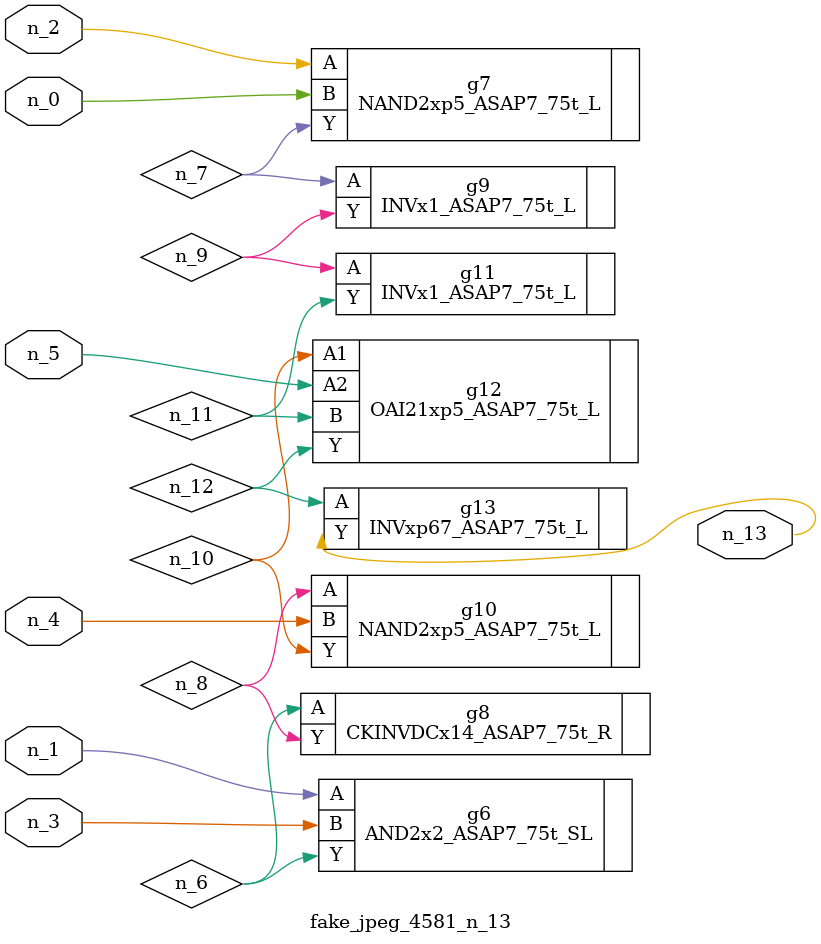
<source format=v>
module fake_jpeg_4581_n_13 (n_3, n_2, n_1, n_0, n_4, n_5, n_13);

input n_3;
input n_2;
input n_1;
input n_0;
input n_4;
input n_5;

output n_13;

wire n_11;
wire n_10;
wire n_12;
wire n_8;
wire n_9;
wire n_6;
wire n_7;

AND2x2_ASAP7_75t_SL g6 ( 
.A(n_1),
.B(n_3),
.Y(n_6)
);

NAND2xp5_ASAP7_75t_L g7 ( 
.A(n_2),
.B(n_0),
.Y(n_7)
);

CKINVDCx14_ASAP7_75t_R g8 ( 
.A(n_6),
.Y(n_8)
);

NAND2xp5_ASAP7_75t_L g10 ( 
.A(n_8),
.B(n_4),
.Y(n_10)
);

INVx1_ASAP7_75t_L g9 ( 
.A(n_7),
.Y(n_9)
);

INVx1_ASAP7_75t_L g11 ( 
.A(n_9),
.Y(n_11)
);

OAI21xp5_ASAP7_75t_L g12 ( 
.A1(n_10),
.A2(n_5),
.B(n_11),
.Y(n_12)
);

INVxp67_ASAP7_75t_L g13 ( 
.A(n_12),
.Y(n_13)
);


endmodule
</source>
